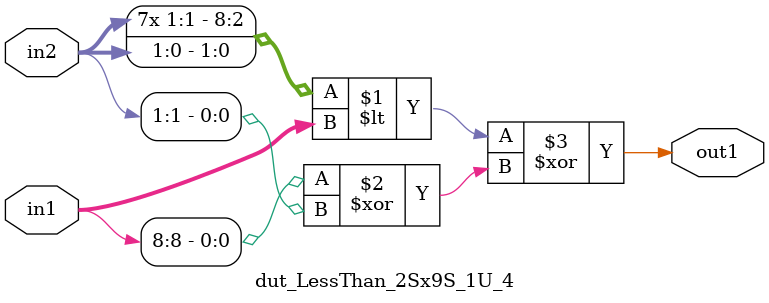
<source format=v>

`timescale 1ps / 1ps


module dut_LessThan_2Sx9S_1U_4( in2, in1, out1 );

    input [1:0] in2;
    input [8:0] in1;
    output out1;

    
    // rtl_process:dut_LessThan_2Sx9S_1U_4/dut_LessThan_2Sx9S_1U_4_thread_1
    assign out1 = ({{ 7 {in2[1]}}, in2} < in1 ^ (in1[8] ^ in2[1]));

endmodule



</source>
